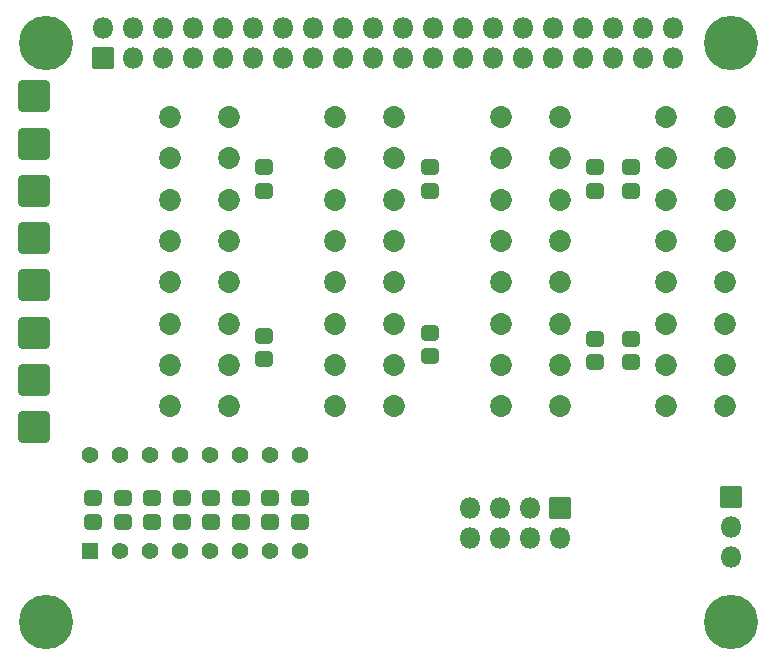
<source format=gbr>
%TF.GenerationSoftware,KiCad,Pcbnew,9.0.2*%
%TF.CreationDate,2025-05-28T21:37:55-04:00*%
%TF.ProjectId,DAQHat Rev A,44415148-6174-4205-9265-7620412e6b69,rev?*%
%TF.SameCoordinates,Original*%
%TF.FileFunction,Soldermask,Bot*%
%TF.FilePolarity,Negative*%
%FSLAX46Y46*%
G04 Gerber Fmt 4.6, Leading zero omitted, Abs format (unit mm)*
G04 Created by KiCad (PCBNEW 9.0.2) date 2025-05-28 21:37:55*
%MOMM*%
%LPD*%
G01*
G04 APERTURE LIST*
G04 Aperture macros list*
%AMRoundRect*
0 Rectangle with rounded corners*
0 $1 Rounding radius*
0 $2 $3 $4 $5 $6 $7 $8 $9 X,Y pos of 4 corners*
0 Add a 4 corners polygon primitive as box body*
4,1,4,$2,$3,$4,$5,$6,$7,$8,$9,$2,$3,0*
0 Add four circle primitives for the rounded corners*
1,1,$1+$1,$2,$3*
1,1,$1+$1,$4,$5*
1,1,$1+$1,$6,$7*
1,1,$1+$1,$8,$9*
0 Add four rect primitives between the rounded corners*
20,1,$1+$1,$2,$3,$4,$5,0*
20,1,$1+$1,$4,$5,$6,$7,0*
20,1,$1+$1,$6,$7,$8,$9,0*
20,1,$1+$1,$8,$9,$2,$3,0*%
G04 Aperture macros list end*
%ADD10C,4.601600*%
%ADD11RoundRect,0.050800X-0.850000X-0.850000X0.850000X-0.850000X0.850000X0.850000X-0.850000X0.850000X0*%
%ADD12O,1.801600X1.801600*%
%ADD13RoundRect,0.050800X-0.850000X0.850000X-0.850000X-0.850000X0.850000X-0.850000X0.850000X0.850000X0*%
%ADD14RoundRect,0.259960X-1.065840X-1.065840X1.065840X-1.065840X1.065840X1.065840X-1.065840X1.065840X0*%
%ADD15C,1.854000*%
%ADD16RoundRect,0.271167X0.479633X-0.379633X0.479633X0.379633X-0.479633X0.379633X-0.479633X-0.379633X0*%
%ADD17RoundRect,0.102000X0.610000X-0.610000X0.610000X0.610000X-0.610000X0.610000X-0.610000X-0.610000X0*%
%ADD18C,1.424000*%
G04 APERTURE END LIST*
D10*
%TO.C,H1*%
X178500000Y-73450000D03*
%TD*%
%TO.C,H2*%
X178500000Y-122450000D03*
%TD*%
%TO.C,H3*%
X120500000Y-122450000D03*
%TD*%
%TO.C,H4*%
X120500000Y-73450000D03*
%TD*%
D11*
%TO.C,J1*%
X178500000Y-111870000D03*
D12*
X178500000Y-114410000D03*
X178500000Y-116950000D03*
%TD*%
D13*
%TO.C,J2*%
X125370000Y-74720000D03*
D12*
X125370000Y-72180000D03*
X127910000Y-74720000D03*
X127910000Y-72180000D03*
X130450000Y-74720000D03*
X130450000Y-72180000D03*
X132990000Y-74720000D03*
X132990000Y-72180000D03*
X135530000Y-74720000D03*
X135530000Y-72180000D03*
X138070000Y-74720000D03*
X138070000Y-72180000D03*
X140610000Y-74720000D03*
X140610000Y-72180000D03*
X143150000Y-74720000D03*
X143150000Y-72180000D03*
X145690000Y-74720000D03*
X145690000Y-72180000D03*
X148230000Y-74720000D03*
X148230000Y-72180000D03*
X150770000Y-74720000D03*
X150770000Y-72180000D03*
X153310000Y-74720000D03*
X153310000Y-72180000D03*
X155850000Y-74720000D03*
X155850000Y-72180000D03*
X158390000Y-74720000D03*
X158390000Y-72180000D03*
X160930000Y-74720000D03*
X160930000Y-72180000D03*
X163470000Y-74720000D03*
X163470000Y-72180000D03*
X166010000Y-74720000D03*
X166010000Y-72180000D03*
X168550000Y-74720000D03*
X168550000Y-72180000D03*
X171090000Y-74720000D03*
X171090000Y-72180000D03*
X173630000Y-74720000D03*
X173630000Y-72180000D03*
%TD*%
D14*
%TO.C,J3*%
X119500000Y-77950000D03*
%TD*%
D13*
%TO.C,J4*%
X164000000Y-112800000D03*
D12*
X164000000Y-115340000D03*
X161460000Y-112800000D03*
X161460000Y-115340000D03*
X158920000Y-112800000D03*
X158920000Y-115340000D03*
X156380000Y-112800000D03*
X156380000Y-115340000D03*
%TD*%
D14*
%TO.C,J5*%
X119500000Y-81950000D03*
%TD*%
%TO.C,J6*%
X119500000Y-85950000D03*
%TD*%
%TO.C,J7*%
X119500000Y-89950000D03*
%TD*%
%TO.C,J8*%
X119500000Y-93950000D03*
%TD*%
%TO.C,J9*%
X119500000Y-97950000D03*
%TD*%
%TO.C,J10*%
X119500000Y-101950000D03*
%TD*%
D15*
%TO.C,J11*%
X136000000Y-79700000D03*
X131000000Y-79700000D03*
X136000000Y-83200000D03*
X131000000Y-83200000D03*
X136000000Y-86700000D03*
X131000000Y-86700000D03*
X136000000Y-90200000D03*
X131000000Y-90200000D03*
X136000000Y-93700000D03*
X131000000Y-93700000D03*
X136000000Y-97200000D03*
X131000000Y-97200000D03*
X136000000Y-100700000D03*
X131000000Y-100700000D03*
X136000000Y-104200000D03*
X131000000Y-104200000D03*
%TD*%
D14*
%TO.C,J15*%
X119500000Y-105950000D03*
%TD*%
D16*
%TO.C,R1*%
X124500000Y-113950000D03*
X124500000Y-111950000D03*
%TD*%
%TO.C,R7*%
X139000000Y-85950000D03*
X139000000Y-83950000D03*
%TD*%
D17*
%TO.C,S1*%
X124260000Y-116450000D03*
D18*
X124260000Y-108350000D03*
X126800000Y-116450000D03*
X126800000Y-108350000D03*
X129340000Y-116450000D03*
X129340000Y-108350000D03*
X131880000Y-116450000D03*
X131880000Y-108350000D03*
X134420000Y-116450000D03*
X134420000Y-108350000D03*
X136960000Y-116450000D03*
X136960000Y-108350000D03*
X139500000Y-116450000D03*
X139500000Y-108350000D03*
X142040000Y-116450000D03*
X142040000Y-108350000D03*
%TD*%
D16*
%TO.C,R5*%
X134500000Y-111950000D03*
X134500000Y-113950000D03*
%TD*%
%TO.C,R8*%
X139000000Y-98200000D03*
X139000000Y-100200000D03*
%TD*%
%TO.C,R2*%
X127000000Y-111950000D03*
X127000000Y-113950000D03*
%TD*%
%TO.C,R6*%
X137000000Y-111950000D03*
X137000000Y-113950000D03*
%TD*%
%TO.C,R16*%
X142000000Y-111950000D03*
X142000000Y-113950000D03*
%TD*%
%TO.C,R14*%
X170000000Y-83950000D03*
X170000000Y-85950000D03*
%TD*%
%TO.C,R10*%
X153000000Y-83950000D03*
X153000000Y-85950000D03*
%TD*%
%TO.C,R4*%
X132000000Y-111950000D03*
X132000000Y-113950000D03*
%TD*%
%TO.C,R11*%
X153000000Y-97950000D03*
X153000000Y-99950000D03*
%TD*%
%TO.C,R3*%
X129500000Y-111950000D03*
X129500000Y-113950000D03*
%TD*%
%TO.C,R12*%
X167000000Y-83950000D03*
X167000000Y-85950000D03*
%TD*%
%TO.C,R15*%
X170000000Y-98450000D03*
X170000000Y-100450000D03*
%TD*%
%TO.C,R9*%
X139500000Y-111950000D03*
X139500000Y-113950000D03*
%TD*%
%TO.C,R13*%
X167000000Y-98450000D03*
X167000000Y-100450000D03*
%TD*%
D15*
%TO.C,J14*%
X173000000Y-104200000D03*
X178000000Y-104200000D03*
X173000000Y-100700000D03*
X178000000Y-100700000D03*
X173000000Y-97200000D03*
X178000000Y-97200000D03*
X173000000Y-93700000D03*
X178000000Y-93700000D03*
X173000000Y-90200000D03*
X178000000Y-90200000D03*
X173000000Y-86700000D03*
X178000000Y-86700000D03*
X173000000Y-83200000D03*
X178000000Y-83200000D03*
X173000000Y-79700000D03*
X178000000Y-79700000D03*
%TD*%
%TO.C,J13*%
X159000000Y-104200000D03*
X164000000Y-104200000D03*
X159000000Y-100700000D03*
X164000000Y-100700000D03*
X159000000Y-97200000D03*
X164000000Y-97200000D03*
X159000000Y-93700000D03*
X164000000Y-93700000D03*
X159000000Y-90200000D03*
X164000000Y-90200000D03*
X159000000Y-86700000D03*
X164000000Y-86700000D03*
X159000000Y-83200000D03*
X164000000Y-83200000D03*
X159000000Y-79700000D03*
X164000000Y-79700000D03*
%TD*%
%TO.C,J12*%
X145000000Y-104200000D03*
X150000000Y-104200000D03*
X145000000Y-100700000D03*
X150000000Y-100700000D03*
X145000000Y-97200000D03*
X150000000Y-97200000D03*
X145000000Y-93700000D03*
X150000000Y-93700000D03*
X145000000Y-90200000D03*
X150000000Y-90200000D03*
X145000000Y-86700000D03*
X150000000Y-86700000D03*
X145000000Y-83200000D03*
X150000000Y-83200000D03*
X145000000Y-79700000D03*
X150000000Y-79700000D03*
%TD*%
M02*

</source>
